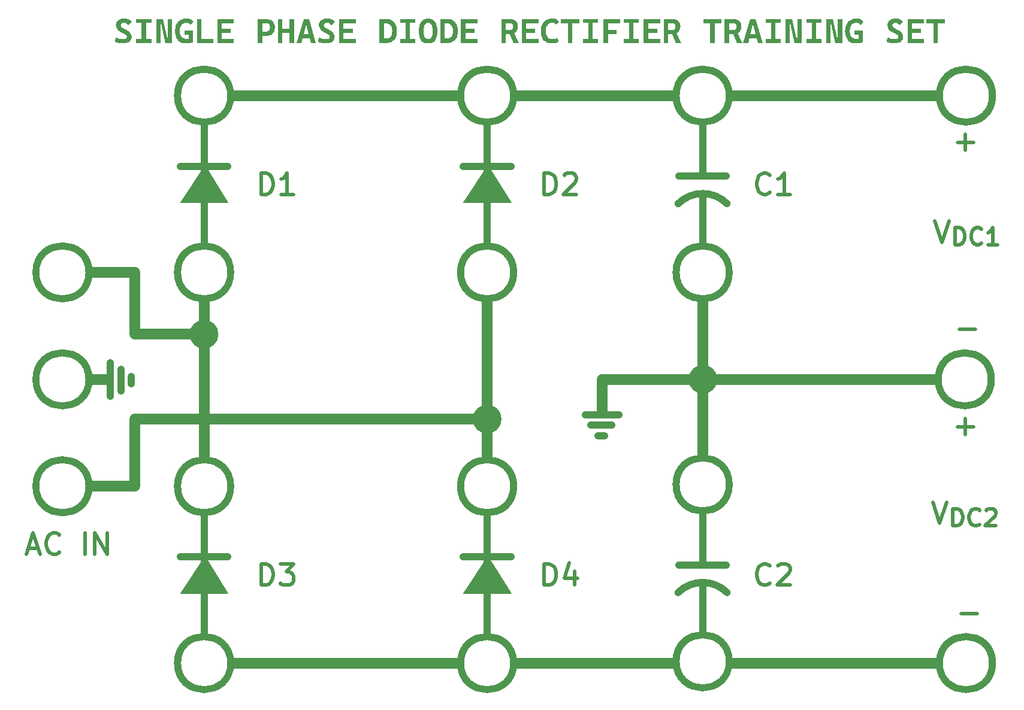
<source format=gbr>
%TF.GenerationSoftware,KiCad,Pcbnew,8.0.2*%
%TF.CreationDate,2024-06-17T23:47:08+07:00*%
%TF.ProjectId,Diode_AD_DC_Converter,44696f64-655f-4414-945f-44435f436f6e,rev?*%
%TF.SameCoordinates,Original*%
%TF.FileFunction,Legend,Top*%
%TF.FilePolarity,Positive*%
%FSLAX46Y46*%
G04 Gerber Fmt 4.6, Leading zero omitted, Abs format (unit mm)*
G04 Created by KiCad (PCBNEW 8.0.2) date 2024-06-17 23:47:08*
%MOMM*%
%LPD*%
G01*
G04 APERTURE LIST*
%ADD10C,0.500000*%
%ADD11C,1.500000*%
%ADD12C,2.050000*%
%ADD13C,1.000000*%
%ADD14C,0.100000*%
%ADD15C,6.500000*%
%ADD16C,6.400000*%
G04 APERTURE END LIST*
D10*
X168457518Y-115688642D02*
X168314661Y-115831500D01*
X168314661Y-115831500D02*
X167886089Y-115974357D01*
X167886089Y-115974357D02*
X167600375Y-115974357D01*
X167600375Y-115974357D02*
X167171804Y-115831500D01*
X167171804Y-115831500D02*
X166886089Y-115545785D01*
X166886089Y-115545785D02*
X166743232Y-115260071D01*
X166743232Y-115260071D02*
X166600375Y-114688642D01*
X166600375Y-114688642D02*
X166600375Y-114260071D01*
X166600375Y-114260071D02*
X166743232Y-113688642D01*
X166743232Y-113688642D02*
X166886089Y-113402928D01*
X166886089Y-113402928D02*
X167171804Y-113117214D01*
X167171804Y-113117214D02*
X167600375Y-112974357D01*
X167600375Y-112974357D02*
X167886089Y-112974357D01*
X167886089Y-112974357D02*
X168314661Y-113117214D01*
X168314661Y-113117214D02*
X168457518Y-113260071D01*
X169600375Y-113260071D02*
X169743232Y-113117214D01*
X169743232Y-113117214D02*
X170028947Y-112974357D01*
X170028947Y-112974357D02*
X170743232Y-112974357D01*
X170743232Y-112974357D02*
X171028947Y-113117214D01*
X171028947Y-113117214D02*
X171171804Y-113260071D01*
X171171804Y-113260071D02*
X171314661Y-113545785D01*
X171314661Y-113545785D02*
X171314661Y-113831500D01*
X171314661Y-113831500D02*
X171171804Y-114260071D01*
X171171804Y-114260071D02*
X169457518Y-115974357D01*
X169457518Y-115974357D02*
X171314661Y-115974357D01*
X168457518Y-60438642D02*
X168314661Y-60581500D01*
X168314661Y-60581500D02*
X167886089Y-60724357D01*
X167886089Y-60724357D02*
X167600375Y-60724357D01*
X167600375Y-60724357D02*
X167171804Y-60581500D01*
X167171804Y-60581500D02*
X166886089Y-60295785D01*
X166886089Y-60295785D02*
X166743232Y-60010071D01*
X166743232Y-60010071D02*
X166600375Y-59438642D01*
X166600375Y-59438642D02*
X166600375Y-59010071D01*
X166600375Y-59010071D02*
X166743232Y-58438642D01*
X166743232Y-58438642D02*
X166886089Y-58152928D01*
X166886089Y-58152928D02*
X167171804Y-57867214D01*
X167171804Y-57867214D02*
X167600375Y-57724357D01*
X167600375Y-57724357D02*
X167886089Y-57724357D01*
X167886089Y-57724357D02*
X168314661Y-57867214D01*
X168314661Y-57867214D02*
X168457518Y-58010071D01*
X171314661Y-60724357D02*
X169600375Y-60724357D01*
X170457518Y-60724357D02*
X170457518Y-57724357D01*
X170457518Y-57724357D02*
X170171804Y-58152928D01*
X170171804Y-58152928D02*
X169886089Y-58438642D01*
X169886089Y-58438642D02*
X169600375Y-58581500D01*
D11*
X92350000Y-46750000D02*
X124450000Y-46750000D01*
X88500000Y-75800000D02*
X88500000Y-97950000D01*
D12*
X129525000Y-92500000D02*
G75*
G02*
X127475000Y-92500000I-1025000J0D01*
G01*
X127475000Y-92500000D02*
G75*
G02*
X129525000Y-92500000I1025000J0D01*
G01*
D11*
X132550000Y-127000000D02*
X154950000Y-127000000D01*
D12*
X160025000Y-86875000D02*
G75*
G02*
X157975000Y-86875000I-1025000J0D01*
G01*
X157975000Y-86875000D02*
G75*
G02*
X160025000Y-86875000I1025000J0D01*
G01*
D11*
X128500000Y-75850000D02*
X128500000Y-97950000D01*
X144750000Y-86875000D02*
X144750000Y-91625000D01*
X78750000Y-92500000D02*
X78750000Y-102000000D01*
X72550000Y-102000000D02*
X78750000Y-102000000D01*
X72600000Y-71750000D02*
X78750000Y-71750000D01*
X92550000Y-127000000D02*
X124500000Y-127000000D01*
X72600000Y-86875000D02*
X75000000Y-86875000D01*
D12*
X89525000Y-80500000D02*
G75*
G02*
X87475000Y-80500000I-1025000J0D01*
G01*
X87475000Y-80500000D02*
G75*
G02*
X89525000Y-80500000I1025000J0D01*
G01*
D11*
X163000000Y-46750000D02*
X192150000Y-46750000D01*
X144750000Y-86875000D02*
X191850000Y-86875000D01*
D13*
X143125000Y-93375000D02*
X146125000Y-93375000D01*
D11*
X162950000Y-127000000D02*
X192100000Y-127000000D01*
D13*
X78250000Y-87500000D02*
X78250000Y-86500000D01*
D11*
X159000000Y-75850000D02*
X159000000Y-97700000D01*
D13*
X75250000Y-89250000D02*
X75250000Y-84500000D01*
D11*
X132550000Y-46750000D02*
X154850000Y-46750000D01*
X78750000Y-80500000D02*
X78750000Y-71750000D01*
X78750000Y-92500000D02*
X128300000Y-92500000D01*
D13*
X142375000Y-91875000D02*
X147125000Y-91875000D01*
X144125000Y-94875000D02*
X145125000Y-94875000D01*
D11*
X78750000Y-80500000D02*
X88250000Y-80500000D01*
D13*
X76750000Y-88500000D02*
X76750000Y-85500000D01*
D10*
X191464661Y-104256857D02*
X192464661Y-107256857D01*
X192464661Y-107256857D02*
X193464661Y-104256857D01*
X194321804Y-107588285D02*
X194321804Y-105188285D01*
X194321804Y-105188285D02*
X194893233Y-105188285D01*
X194893233Y-105188285D02*
X195236090Y-105302571D01*
X195236090Y-105302571D02*
X195464661Y-105531142D01*
X195464661Y-105531142D02*
X195578947Y-105759714D01*
X195578947Y-105759714D02*
X195693233Y-106216857D01*
X195693233Y-106216857D02*
X195693233Y-106559714D01*
X195693233Y-106559714D02*
X195578947Y-107016857D01*
X195578947Y-107016857D02*
X195464661Y-107245428D01*
X195464661Y-107245428D02*
X195236090Y-107474000D01*
X195236090Y-107474000D02*
X194893233Y-107588285D01*
X194893233Y-107588285D02*
X194321804Y-107588285D01*
X198093233Y-107359714D02*
X197978947Y-107474000D01*
X197978947Y-107474000D02*
X197636090Y-107588285D01*
X197636090Y-107588285D02*
X197407518Y-107588285D01*
X197407518Y-107588285D02*
X197064661Y-107474000D01*
X197064661Y-107474000D02*
X196836090Y-107245428D01*
X196836090Y-107245428D02*
X196721804Y-107016857D01*
X196721804Y-107016857D02*
X196607518Y-106559714D01*
X196607518Y-106559714D02*
X196607518Y-106216857D01*
X196607518Y-106216857D02*
X196721804Y-105759714D01*
X196721804Y-105759714D02*
X196836090Y-105531142D01*
X196836090Y-105531142D02*
X197064661Y-105302571D01*
X197064661Y-105302571D02*
X197407518Y-105188285D01*
X197407518Y-105188285D02*
X197636090Y-105188285D01*
X197636090Y-105188285D02*
X197978947Y-105302571D01*
X197978947Y-105302571D02*
X198093233Y-105416857D01*
X199007518Y-105416857D02*
X199121804Y-105302571D01*
X199121804Y-105302571D02*
X199350376Y-105188285D01*
X199350376Y-105188285D02*
X199921804Y-105188285D01*
X199921804Y-105188285D02*
X200150376Y-105302571D01*
X200150376Y-105302571D02*
X200264661Y-105416857D01*
X200264661Y-105416857D02*
X200378947Y-105645428D01*
X200378947Y-105645428D02*
X200378947Y-105874000D01*
X200378947Y-105874000D02*
X200264661Y-106216857D01*
X200264661Y-106216857D02*
X198893233Y-107588285D01*
X198893233Y-107588285D02*
X200378947Y-107588285D01*
X195443232Y-120014000D02*
X197728947Y-120014000D01*
X136543232Y-115974357D02*
X136543232Y-112974357D01*
X136543232Y-112974357D02*
X137257518Y-112974357D01*
X137257518Y-112974357D02*
X137686089Y-113117214D01*
X137686089Y-113117214D02*
X137971804Y-113402928D01*
X137971804Y-113402928D02*
X138114661Y-113688642D01*
X138114661Y-113688642D02*
X138257518Y-114260071D01*
X138257518Y-114260071D02*
X138257518Y-114688642D01*
X138257518Y-114688642D02*
X138114661Y-115260071D01*
X138114661Y-115260071D02*
X137971804Y-115545785D01*
X137971804Y-115545785D02*
X137686089Y-115831500D01*
X137686089Y-115831500D02*
X137257518Y-115974357D01*
X137257518Y-115974357D02*
X136543232Y-115974357D01*
X140828947Y-113974357D02*
X140828947Y-115974357D01*
X140114661Y-112831500D02*
X139400375Y-114974357D01*
X139400375Y-114974357D02*
X141257518Y-114974357D01*
G36*
X77013050Y-39357211D02*
G01*
X76832530Y-39352369D01*
X76655349Y-39337843D01*
X76481507Y-39313634D01*
X76447139Y-39307630D01*
X76265840Y-39269484D01*
X76098077Y-39222044D01*
X75957310Y-39170854D01*
X76043650Y-38524587D01*
X76208860Y-38589035D01*
X76373235Y-38643465D01*
X76553083Y-38691767D01*
X76569383Y-38695557D01*
X76743988Y-38729626D01*
X76923867Y-38750663D01*
X77051518Y-38755397D01*
X77227551Y-38742534D01*
X77399919Y-38690278D01*
X77445604Y-38663928D01*
X77559807Y-38526567D01*
X77582380Y-38400634D01*
X77535964Y-38234307D01*
X77410721Y-38107322D01*
X77301134Y-38045016D01*
X76810451Y-37808223D01*
X76659648Y-37726423D01*
X76506336Y-37623119D01*
X76373327Y-37509344D01*
X76247959Y-37368830D01*
X76151676Y-37217361D01*
X76086903Y-37057237D01*
X76053642Y-36888458D01*
X76048779Y-36790951D01*
X76062933Y-36605379D01*
X76105393Y-36439114D01*
X76188581Y-36272739D01*
X76308740Y-36131581D01*
X76344557Y-36100233D01*
X76507780Y-35993269D01*
X76675757Y-35924746D01*
X76867215Y-35879621D01*
X77050009Y-35859566D01*
X77181455Y-35855745D01*
X77355840Y-35864468D01*
X77525085Y-35890637D01*
X77707108Y-35940175D01*
X77778141Y-35966021D01*
X77948727Y-36044544D01*
X78106790Y-36142267D01*
X78252332Y-36259191D01*
X78279938Y-36284880D01*
X77842254Y-36786677D01*
X77707085Y-36670175D01*
X77560572Y-36571533D01*
X77508008Y-36543045D01*
X77342595Y-36478931D01*
X77183165Y-36457560D01*
X77005688Y-36477470D01*
X76854048Y-36548174D01*
X76752668Y-36691762D01*
X76736079Y-36808048D01*
X76786689Y-36977056D01*
X76818999Y-37021761D01*
X76950365Y-37140171D01*
X77055792Y-37203844D01*
X77517411Y-37440637D01*
X77667343Y-37525529D01*
X77819360Y-37629860D01*
X77950753Y-37741993D01*
X78073919Y-37877466D01*
X78168962Y-38020715D01*
X78238085Y-38186542D01*
X78268806Y-38359382D01*
X78270534Y-38412602D01*
X78254867Y-38600921D01*
X78207866Y-38769441D01*
X78115783Y-38937793D01*
X77982774Y-39080286D01*
X77943127Y-39111869D01*
X77787006Y-39207466D01*
X77604379Y-39279583D01*
X77426744Y-39322710D01*
X77229634Y-39348586D01*
X77050500Y-39356971D01*
X77013050Y-39357211D01*
G37*
G36*
X79679327Y-39302501D02*
G01*
X79679327Y-35910456D01*
X80314481Y-35910456D01*
X80314481Y-39302501D01*
X79679327Y-39302501D01*
G37*
G36*
X78920220Y-39302501D02*
G01*
X78920220Y-38728041D01*
X81078716Y-38728041D01*
X81078716Y-39302501D01*
X78920220Y-39302501D01*
G37*
G36*
X78920220Y-36484915D02*
G01*
X78920220Y-35910456D01*
X81078716Y-35910456D01*
X81078716Y-36484915D01*
X78920220Y-36484915D01*
G37*
G36*
X83041452Y-39302501D02*
G01*
X82440492Y-36650756D01*
X82178053Y-36650756D01*
X82178053Y-35910456D01*
X82695238Y-35910456D01*
X83296197Y-38562200D01*
X83457764Y-38562200D01*
X83457764Y-39302501D01*
X83041452Y-39302501D01*
G37*
G36*
X81740370Y-39302501D02*
G01*
X81740370Y-35910456D01*
X82351588Y-35910456D01*
X82351588Y-39302501D01*
X81740370Y-39302501D01*
G37*
G36*
X83385102Y-39302501D02*
G01*
X83385102Y-35910456D01*
X83996319Y-35910456D01*
X83996319Y-39302501D01*
X83385102Y-39302501D01*
G37*
G36*
X85982136Y-39357211D02*
G01*
X85792079Y-39350359D01*
X85614283Y-39329802D01*
X85409282Y-39284835D01*
X85223440Y-39218455D01*
X85056757Y-39130661D01*
X84909232Y-39021455D01*
X84805007Y-38918673D01*
X84691969Y-38770656D01*
X84598090Y-38601226D01*
X84523370Y-38410384D01*
X84477389Y-38242292D01*
X84443669Y-38060496D01*
X84422211Y-37864996D01*
X84413014Y-37655791D01*
X84412631Y-37601349D01*
X84418976Y-37399271D01*
X84438010Y-37208920D01*
X84469733Y-37030296D01*
X84514145Y-36863400D01*
X84587504Y-36671271D01*
X84680690Y-36497467D01*
X84793703Y-36341987D01*
X84818685Y-36313090D01*
X84953695Y-36181336D01*
X85104943Y-36071912D01*
X85272427Y-35984820D01*
X85456149Y-35920060D01*
X85656108Y-35877630D01*
X85827766Y-35859765D01*
X85963329Y-35855745D01*
X86143275Y-35863119D01*
X86330387Y-35889040D01*
X86501270Y-35933624D01*
X86606176Y-35973715D01*
X86763856Y-36056512D01*
X86910306Y-36169765D01*
X87028472Y-36306251D01*
X86629257Y-36769580D01*
X86504663Y-36639215D01*
X86351431Y-36540480D01*
X86189519Y-36480962D01*
X86016336Y-36457884D01*
X85992394Y-36457560D01*
X85812396Y-36471591D01*
X85629325Y-36521987D01*
X85470403Y-36609034D01*
X85335630Y-36732734D01*
X85320482Y-36750773D01*
X85215763Y-36912180D01*
X85148677Y-37078392D01*
X85104499Y-37267921D01*
X85084864Y-37448932D01*
X85081124Y-37579123D01*
X85086988Y-37755736D01*
X85109508Y-37948719D01*
X85148918Y-38121024D01*
X85216244Y-38295915D01*
X85306558Y-38442662D01*
X85321337Y-38461328D01*
X85456670Y-38589983D01*
X85621603Y-38681879D01*
X85790199Y-38732135D01*
X85981458Y-38754248D01*
X86040266Y-38755397D01*
X86216826Y-38748060D01*
X86387088Y-38723750D01*
X86442900Y-38710944D01*
X86610094Y-38667574D01*
X86727565Y-38635718D01*
X86955810Y-39213596D01*
X86786940Y-39257023D01*
X86618161Y-39294690D01*
X86585660Y-39301646D01*
X86413221Y-39330948D01*
X86226089Y-39349397D01*
X86045108Y-39356723D01*
X85982136Y-39357211D01*
G37*
G36*
X86326640Y-39213596D02*
G01*
X86326640Y-37565445D01*
X86955810Y-37565445D01*
X86955810Y-39213596D01*
X86326640Y-39213596D01*
G37*
G36*
X85761584Y-38153582D02*
G01*
X85761584Y-37565445D01*
X86942132Y-37565445D01*
X86942132Y-38153582D01*
X85761584Y-38153582D01*
G37*
G36*
X87507188Y-39302501D02*
G01*
X87507188Y-35910456D01*
X88142342Y-35910456D01*
X88142342Y-39302501D01*
X87507188Y-39302501D01*
G37*
G36*
X87507188Y-39302501D02*
G01*
X87507188Y-38714364D01*
X89849477Y-38714364D01*
X89849477Y-39302501D01*
X87507188Y-39302501D01*
G37*
G36*
X90376065Y-39302501D02*
G01*
X90376065Y-35910456D01*
X91011218Y-35910456D01*
X91011218Y-39302501D01*
X90376065Y-39302501D01*
G37*
G36*
X90376065Y-39302501D02*
G01*
X90376065Y-38714364D01*
X92718354Y-38714364D01*
X92718354Y-39302501D01*
X90376065Y-39302501D01*
G37*
G36*
X90376065Y-37880030D02*
G01*
X90376065Y-37291893D01*
X92284945Y-37291893D01*
X92284945Y-37880030D01*
X90376065Y-37880030D01*
G37*
G36*
X90376065Y-36498593D02*
G01*
X90376065Y-35910456D01*
X92718354Y-35910456D01*
X92718354Y-36498593D01*
X90376065Y-36498593D01*
G37*
G36*
X96690841Y-38317713D02*
G01*
X96690841Y-37729577D01*
X97160154Y-37729577D01*
X97342828Y-37713214D01*
X97511565Y-37657419D01*
X97646564Y-37562026D01*
X97751269Y-37416969D01*
X97804797Y-37251051D01*
X97818388Y-37091858D01*
X97798085Y-36911606D01*
X97729623Y-36750220D01*
X97646564Y-36653320D01*
X97497619Y-36559033D01*
X97325815Y-36510832D01*
X97160154Y-36498593D01*
X96700245Y-36498593D01*
X96700245Y-35910456D01*
X97160154Y-35910456D01*
X97353660Y-35917740D01*
X97532932Y-35939591D01*
X97729270Y-35985041D01*
X97905112Y-36051469D01*
X98060458Y-36138874D01*
X98152635Y-36208798D01*
X98289535Y-36351063D01*
X98392811Y-36516808D01*
X98454570Y-36677563D01*
X98491626Y-36855569D01*
X98503978Y-37050826D01*
X98495400Y-37232790D01*
X98462462Y-37433627D01*
X98404820Y-37615349D01*
X98322474Y-37777957D01*
X98215424Y-37921452D01*
X98152635Y-37986032D01*
X98010953Y-38098752D01*
X97848776Y-38188150D01*
X97666102Y-38254227D01*
X97498216Y-38291477D01*
X97316097Y-38312531D01*
X97160154Y-38317713D01*
X96690841Y-38317713D01*
G37*
G36*
X96113818Y-39302501D02*
G01*
X96113818Y-35910456D01*
X96748971Y-35910456D01*
X96748971Y-39302501D01*
X96113818Y-39302501D01*
G37*
G36*
X100594086Y-39302501D02*
G01*
X100594086Y-35910456D01*
X101228385Y-35910456D01*
X101228385Y-39302501D01*
X100594086Y-39302501D01*
G37*
G36*
X98934822Y-39302501D02*
G01*
X98934822Y-35910456D01*
X99569121Y-35910456D01*
X99569121Y-39302501D01*
X98934822Y-39302501D01*
G37*
G36*
X99035695Y-37880030D02*
G01*
X99035695Y-37291893D01*
X101139481Y-37291893D01*
X101139481Y-37880030D01*
X99035695Y-37880030D01*
G37*
G36*
X101575454Y-39302501D02*
G01*
X102561096Y-35910456D01*
X103339864Y-35910456D01*
X104325506Y-39302501D01*
X103640772Y-39302501D01*
X102972279Y-36739660D01*
X102928681Y-36739660D01*
X102260189Y-39302501D01*
X101575454Y-39302501D01*
G37*
G36*
X102072977Y-38645976D02*
G01*
X102072977Y-38057839D01*
X103804048Y-38057839D01*
X103804048Y-38645976D01*
X102072977Y-38645976D01*
G37*
G36*
X105701815Y-39357211D02*
G01*
X105521295Y-39352369D01*
X105344113Y-39337843D01*
X105170272Y-39313634D01*
X105135904Y-39307630D01*
X104954605Y-39269484D01*
X104786841Y-39222044D01*
X104646075Y-39170854D01*
X104732415Y-38524587D01*
X104897625Y-38589035D01*
X105062000Y-38643465D01*
X105241848Y-38691767D01*
X105258148Y-38695557D01*
X105432752Y-38729626D01*
X105612632Y-38750663D01*
X105740283Y-38755397D01*
X105916315Y-38742534D01*
X106088684Y-38690278D01*
X106134369Y-38663928D01*
X106248571Y-38526567D01*
X106271145Y-38400634D01*
X106224728Y-38234307D01*
X106099486Y-38107322D01*
X105989899Y-38045016D01*
X105499215Y-37808223D01*
X105348413Y-37726423D01*
X105195101Y-37623119D01*
X105062091Y-37509344D01*
X104936724Y-37368830D01*
X104840441Y-37217361D01*
X104775668Y-37057237D01*
X104742407Y-36888458D01*
X104737544Y-36790951D01*
X104751697Y-36605379D01*
X104794158Y-36439114D01*
X104877345Y-36272739D01*
X104997505Y-36131581D01*
X105033322Y-36100233D01*
X105196545Y-35993269D01*
X105364522Y-35924746D01*
X105555979Y-35879621D01*
X105738774Y-35859566D01*
X105870220Y-35855745D01*
X106044605Y-35864468D01*
X106213850Y-35890637D01*
X106395873Y-35940175D01*
X106466905Y-35966021D01*
X106637491Y-36044544D01*
X106795555Y-36142267D01*
X106941097Y-36259191D01*
X106968702Y-36284880D01*
X106531019Y-36786677D01*
X106395850Y-36670175D01*
X106249337Y-36571533D01*
X106196773Y-36543045D01*
X106031359Y-36478931D01*
X105871930Y-36457560D01*
X105694453Y-36477470D01*
X105542813Y-36548174D01*
X105441433Y-36691762D01*
X105424843Y-36808048D01*
X105475454Y-36977056D01*
X105507764Y-37021761D01*
X105639130Y-37140171D01*
X105744557Y-37203844D01*
X106206176Y-37440637D01*
X106356108Y-37525529D01*
X106508124Y-37629860D01*
X106639518Y-37741993D01*
X106762684Y-37877466D01*
X106857727Y-38020715D01*
X106926850Y-38186542D01*
X106957571Y-38359382D01*
X106959299Y-38412602D01*
X106943632Y-38600921D01*
X106896631Y-38769441D01*
X106804548Y-38937793D01*
X106671539Y-39080286D01*
X106631892Y-39111869D01*
X106475771Y-39207466D01*
X106293144Y-39279583D01*
X106115509Y-39322710D01*
X105918399Y-39348586D01*
X105739265Y-39356971D01*
X105701815Y-39357211D01*
G37*
G36*
X107589323Y-39302501D02*
G01*
X107589323Y-35910456D01*
X108224477Y-35910456D01*
X108224477Y-39302501D01*
X107589323Y-39302501D01*
G37*
G36*
X107589323Y-39302501D02*
G01*
X107589323Y-38714364D01*
X109931612Y-38714364D01*
X109931612Y-39302501D01*
X107589323Y-39302501D01*
G37*
G36*
X107589323Y-37880030D02*
G01*
X107589323Y-37291893D01*
X109498203Y-37291893D01*
X109498203Y-37880030D01*
X107589323Y-37880030D01*
G37*
G36*
X107589323Y-36498593D02*
G01*
X107589323Y-35910456D01*
X109931612Y-35910456D01*
X109931612Y-36498593D01*
X107589323Y-36498593D01*
G37*
G36*
X113880164Y-39302501D02*
G01*
X113880164Y-38687009D01*
X114146878Y-38687009D01*
X114340953Y-38674328D01*
X114512530Y-38636285D01*
X114681069Y-38561753D01*
X114820222Y-38454095D01*
X114850419Y-38422005D01*
X114952894Y-38274276D01*
X115026091Y-38096093D01*
X115066120Y-37915202D01*
X115082589Y-37741594D01*
X115084648Y-37648366D01*
X115076413Y-37447690D01*
X115051710Y-37266248D01*
X115002073Y-37078875D01*
X114930020Y-36917683D01*
X114850419Y-36800355D01*
X114718612Y-36674318D01*
X114557419Y-36584291D01*
X114392270Y-36535058D01*
X114204623Y-36513396D01*
X114146878Y-36512270D01*
X113889568Y-36512270D01*
X113832293Y-35910456D01*
X114146878Y-35910456D01*
X114341075Y-35917268D01*
X114522744Y-35937704D01*
X114691885Y-35971765D01*
X114922103Y-36048401D01*
X115124131Y-36155691D01*
X115297970Y-36293636D01*
X115443618Y-36462235D01*
X115561077Y-36661488D01*
X115650345Y-36891396D01*
X115694196Y-37061698D01*
X115725518Y-37245625D01*
X115744312Y-37443175D01*
X115750576Y-37654350D01*
X115744312Y-37853931D01*
X115725518Y-38040635D01*
X115694196Y-38214463D01*
X115623721Y-38451063D01*
X115525056Y-38658692D01*
X115398201Y-38837349D01*
X115243156Y-38987034D01*
X115059921Y-39107748D01*
X114848496Y-39199491D01*
X114608881Y-39262262D01*
X114433476Y-39288015D01*
X114245543Y-39300891D01*
X114146878Y-39302501D01*
X113880164Y-39302501D01*
G37*
G36*
X113279205Y-39302501D02*
G01*
X113279205Y-35910456D01*
X113913504Y-35910456D01*
X113913504Y-39302501D01*
X113279205Y-39302501D01*
G37*
G36*
X116974721Y-39302501D02*
G01*
X116974721Y-35910456D01*
X117609875Y-35910456D01*
X117609875Y-39302501D01*
X116974721Y-39302501D01*
G37*
G36*
X116215614Y-39302501D02*
G01*
X116215614Y-38728041D01*
X118374111Y-38728041D01*
X118374111Y-39302501D01*
X116215614Y-39302501D01*
G37*
G36*
X116215614Y-36484915D02*
G01*
X116215614Y-35910456D01*
X118374111Y-35910456D01*
X118374111Y-36484915D01*
X116215614Y-36484915D01*
G37*
G36*
X120396531Y-35871343D02*
G01*
X120606040Y-35918136D01*
X120792694Y-35996124D01*
X120956492Y-36105308D01*
X121097435Y-36245687D01*
X121215522Y-36417262D01*
X121310753Y-36620031D01*
X121383129Y-36853996D01*
X121418682Y-37027304D01*
X121444077Y-37214476D01*
X121459314Y-37415513D01*
X121464393Y-37630414D01*
X121459314Y-37839518D01*
X121444077Y-38035132D01*
X121418682Y-38217255D01*
X121383129Y-38385888D01*
X121310753Y-38613542D01*
X121215522Y-38810842D01*
X121097435Y-38977788D01*
X120956492Y-39114380D01*
X120792694Y-39220619D01*
X120606040Y-39296503D01*
X120396531Y-39342034D01*
X120164166Y-39357211D01*
X119931649Y-39342034D01*
X119722002Y-39296503D01*
X119535226Y-39220619D01*
X119371320Y-39114380D01*
X119230285Y-38977788D01*
X119112120Y-38810842D01*
X119016826Y-38613542D01*
X118944402Y-38385888D01*
X118908826Y-38217255D01*
X118883414Y-38035132D01*
X118868167Y-37839518D01*
X118863106Y-37631269D01*
X119529013Y-37631269D01*
X119534595Y-37832163D01*
X119551343Y-38013297D01*
X119591040Y-38224071D01*
X119650585Y-38399715D01*
X119752929Y-38569872D01*
X119886287Y-38685139D01*
X120050658Y-38745516D01*
X120164166Y-38755397D01*
X120346899Y-38727952D01*
X120498660Y-38645618D01*
X120619449Y-38508396D01*
X120709267Y-38316284D01*
X120758821Y-38123075D01*
X120788554Y-37894736D01*
X120797846Y-37700429D01*
X120798465Y-37631269D01*
X120792890Y-37421514D01*
X120776166Y-37232391D01*
X120736522Y-37012321D01*
X120677056Y-36828929D01*
X120574850Y-36651268D01*
X120441672Y-36530917D01*
X120277523Y-36467876D01*
X120164166Y-36457560D01*
X119981188Y-36486215D01*
X119829222Y-36572180D01*
X119708270Y-36715455D01*
X119633838Y-36871338D01*
X119579255Y-37063900D01*
X119544520Y-37293140D01*
X119531494Y-37489140D01*
X119529013Y-37631269D01*
X118863106Y-37631269D01*
X118863085Y-37630414D01*
X118868167Y-37415513D01*
X118883414Y-37214476D01*
X118908826Y-37027304D01*
X118944402Y-36853996D01*
X119016826Y-36620031D01*
X119112120Y-36417262D01*
X119230285Y-36245687D01*
X119371320Y-36105308D01*
X119535226Y-35996124D01*
X119722002Y-35918136D01*
X119931649Y-35871343D01*
X120164166Y-35855745D01*
X120396531Y-35871343D01*
G37*
G36*
X122486794Y-39302501D02*
G01*
X122486794Y-38687009D01*
X122753507Y-38687009D01*
X122947582Y-38674328D01*
X123119159Y-38636285D01*
X123287698Y-38561753D01*
X123426852Y-38454095D01*
X123457049Y-38422005D01*
X123559524Y-38274276D01*
X123632720Y-38096093D01*
X123672750Y-37915202D01*
X123689219Y-37741594D01*
X123691277Y-37648366D01*
X123683043Y-37447690D01*
X123658339Y-37266248D01*
X123608703Y-37078875D01*
X123536650Y-36917683D01*
X123457049Y-36800355D01*
X123325241Y-36674318D01*
X123164049Y-36584291D01*
X122998900Y-36535058D01*
X122811253Y-36513396D01*
X122753507Y-36512270D01*
X122496197Y-36512270D01*
X122438922Y-35910456D01*
X122753507Y-35910456D01*
X122947705Y-35917268D01*
X123129374Y-35937704D01*
X123298514Y-35971765D01*
X123528732Y-36048401D01*
X123730761Y-36155691D01*
X123904599Y-36293636D01*
X124050248Y-36462235D01*
X124167706Y-36661488D01*
X124256974Y-36891396D01*
X124300826Y-37061698D01*
X124332148Y-37245625D01*
X124350941Y-37443175D01*
X124357206Y-37654350D01*
X124350941Y-37853931D01*
X124332148Y-38040635D01*
X124300826Y-38214463D01*
X124230351Y-38451063D01*
X124131685Y-38658692D01*
X124004830Y-38837349D01*
X123849785Y-38987034D01*
X123666550Y-39107748D01*
X123455125Y-39199491D01*
X123215510Y-39262262D01*
X123040105Y-39288015D01*
X122852172Y-39300891D01*
X122753507Y-39302501D01*
X122486794Y-39302501D01*
G37*
G36*
X121885834Y-39302501D02*
G01*
X121885834Y-35910456D01*
X122520133Y-35910456D01*
X122520133Y-39302501D01*
X121885834Y-39302501D01*
G37*
G36*
X124802582Y-39302501D02*
G01*
X124802582Y-35910456D01*
X125437736Y-35910456D01*
X125437736Y-39302501D01*
X124802582Y-39302501D01*
G37*
G36*
X124802582Y-39302501D02*
G01*
X124802582Y-38714364D01*
X127144871Y-38714364D01*
X127144871Y-39302501D01*
X124802582Y-39302501D01*
G37*
G36*
X124802582Y-37880030D02*
G01*
X124802582Y-37291893D01*
X126711462Y-37291893D01*
X126711462Y-37880030D01*
X124802582Y-37880030D01*
G37*
G36*
X124802582Y-36498593D02*
G01*
X124802582Y-35910456D01*
X127144871Y-35910456D01*
X127144871Y-36498593D01*
X124802582Y-36498593D01*
G37*
G36*
X131093423Y-38044161D02*
G01*
X131093423Y-37456025D01*
X131706351Y-37456025D01*
X131881101Y-37431972D01*
X132034333Y-37345579D01*
X132050000Y-37330362D01*
X132142324Y-37178839D01*
X132172618Y-37005235D01*
X132173099Y-36977309D01*
X132149537Y-36796808D01*
X132064907Y-36639409D01*
X132050000Y-36623401D01*
X131902966Y-36529795D01*
X131733639Y-36499080D01*
X131706351Y-36498593D01*
X131102827Y-36498593D01*
X131045552Y-35910456D01*
X131706351Y-35910456D01*
X131903991Y-35919802D01*
X132084021Y-35947842D01*
X132271796Y-36004181D01*
X132435601Y-36085964D01*
X132556926Y-36176314D01*
X132674174Y-36302971D01*
X132762625Y-36451062D01*
X132822277Y-36620587D01*
X132853132Y-36811548D01*
X132857834Y-36930292D01*
X132847255Y-37120139D01*
X132815519Y-37293456D01*
X132751752Y-37474769D01*
X132659188Y-37633583D01*
X132556926Y-37751803D01*
X132413668Y-37865720D01*
X132246439Y-37951657D01*
X132055239Y-38009615D01*
X131872274Y-38037024D01*
X131706351Y-38044161D01*
X131093423Y-38044161D01*
G37*
G36*
X130492464Y-39302501D02*
G01*
X130492464Y-35910456D01*
X131126762Y-35910456D01*
X131126762Y-39302501D01*
X130492464Y-39302501D01*
G37*
G36*
X132226099Y-39302501D02*
G01*
X131581543Y-37685979D01*
X132250035Y-37685979D01*
X132983497Y-39302501D01*
X132226099Y-39302501D01*
G37*
G36*
X133409212Y-39302501D02*
G01*
X133409212Y-35910456D01*
X134044365Y-35910456D01*
X134044365Y-39302501D01*
X133409212Y-39302501D01*
G37*
G36*
X133409212Y-39302501D02*
G01*
X133409212Y-38714364D01*
X135751501Y-38714364D01*
X135751501Y-39302501D01*
X133409212Y-39302501D01*
G37*
G36*
X133409212Y-37880030D02*
G01*
X133409212Y-37291893D01*
X135318092Y-37291893D01*
X135318092Y-37880030D01*
X133409212Y-37880030D01*
G37*
G36*
X133409212Y-36498593D02*
G01*
X133409212Y-35910456D01*
X135751501Y-35910456D01*
X135751501Y-36498593D01*
X133409212Y-36498593D01*
G37*
G36*
X137733043Y-39357211D02*
G01*
X137535326Y-39350352D01*
X137350364Y-39329776D01*
X137178159Y-39295481D01*
X136943768Y-39218319D01*
X136738078Y-39110293D01*
X136561089Y-38971401D01*
X136412801Y-38801645D01*
X136293213Y-38601024D01*
X136202327Y-38369539D01*
X136157681Y-38198068D01*
X136125791Y-38012879D01*
X136106658Y-37813973D01*
X136100280Y-37601349D01*
X136106704Y-37399271D01*
X136125978Y-37208920D01*
X136158102Y-37030296D01*
X136203075Y-36863400D01*
X136277361Y-36671271D01*
X136371724Y-36497467D01*
X136486165Y-36341987D01*
X136511462Y-36313090D01*
X136648284Y-36181336D01*
X136801761Y-36071912D01*
X136971892Y-35984820D01*
X137158677Y-35920060D01*
X137362117Y-35877630D01*
X137536861Y-35859765D01*
X137674913Y-35855745D01*
X137859658Y-35864401D01*
X138032097Y-35890367D01*
X138209261Y-35939521D01*
X138275873Y-35965166D01*
X138441148Y-36050816D01*
X138576119Y-36158486D01*
X138672523Y-36275477D01*
X138316905Y-36737951D01*
X138185574Y-36612722D01*
X138041644Y-36531077D01*
X137867896Y-36475939D01*
X137692196Y-36457632D01*
X137680042Y-36457560D01*
X137506923Y-36471550D01*
X137328406Y-36521799D01*
X137170512Y-36608593D01*
X137033242Y-36731932D01*
X137017534Y-36749919D01*
X136908700Y-36911058D01*
X136838979Y-37077299D01*
X136793065Y-37267103D01*
X136772659Y-37448545D01*
X136768772Y-37579123D01*
X136777961Y-37789336D01*
X136805527Y-37978872D01*
X136851471Y-38147732D01*
X136941317Y-38340714D01*
X137063835Y-38496938D01*
X137219024Y-38616403D01*
X137406883Y-38699110D01*
X137627415Y-38745058D01*
X137814254Y-38755397D01*
X137988055Y-38746421D01*
X138160682Y-38719493D01*
X138332133Y-38674613D01*
X138502408Y-38611782D01*
X138612684Y-39194789D01*
X138427713Y-39258077D01*
X138238570Y-39305820D01*
X138045254Y-39338019D01*
X137847767Y-39354673D01*
X137733043Y-39357211D01*
G37*
G36*
X139928298Y-39302501D02*
G01*
X139928298Y-35910456D01*
X140563451Y-35910456D01*
X140563451Y-39302501D01*
X139928298Y-39302501D01*
G37*
G36*
X138954624Y-36498593D02*
G01*
X138954624Y-35910456D01*
X141537125Y-35910456D01*
X141537125Y-36498593D01*
X138954624Y-36498593D01*
G37*
G36*
X142794610Y-39302501D02*
G01*
X142794610Y-35910456D01*
X143429763Y-35910456D01*
X143429763Y-39302501D01*
X142794610Y-39302501D01*
G37*
G36*
X142035503Y-39302501D02*
G01*
X142035503Y-38728041D01*
X144193999Y-38728041D01*
X144193999Y-39302501D01*
X142035503Y-39302501D01*
G37*
G36*
X142035503Y-36484915D02*
G01*
X142035503Y-35910456D01*
X144193999Y-35910456D01*
X144193999Y-36484915D01*
X142035503Y-36484915D01*
G37*
G36*
X144932589Y-39302501D02*
G01*
X144932589Y-35910456D01*
X145567743Y-35910456D01*
X145567743Y-39302501D01*
X144932589Y-39302501D01*
G37*
G36*
X144932589Y-38044161D02*
G01*
X144932589Y-37456025D01*
X146801291Y-37456025D01*
X146801291Y-38044161D01*
X144932589Y-38044161D01*
G37*
G36*
X144932589Y-36498593D02*
G01*
X144932589Y-35910456D01*
X147274878Y-35910456D01*
X147274878Y-36498593D01*
X144932589Y-36498593D01*
G37*
G36*
X148532363Y-39302501D02*
G01*
X148532363Y-35910456D01*
X149167516Y-35910456D01*
X149167516Y-39302501D01*
X148532363Y-39302501D01*
G37*
G36*
X147773256Y-39302501D02*
G01*
X147773256Y-38728041D01*
X149931752Y-38728041D01*
X149931752Y-39302501D01*
X147773256Y-39302501D01*
G37*
G36*
X147773256Y-36484915D02*
G01*
X147773256Y-35910456D01*
X149931752Y-35910456D01*
X149931752Y-36484915D01*
X147773256Y-36484915D01*
G37*
G36*
X150622471Y-39302501D02*
G01*
X150622471Y-35910456D01*
X151257624Y-35910456D01*
X151257624Y-39302501D01*
X150622471Y-39302501D01*
G37*
G36*
X150622471Y-39302501D02*
G01*
X150622471Y-38714364D01*
X152964760Y-38714364D01*
X152964760Y-39302501D01*
X150622471Y-39302501D01*
G37*
G36*
X150622471Y-37880030D02*
G01*
X150622471Y-37291893D01*
X152531351Y-37291893D01*
X152531351Y-37880030D01*
X150622471Y-37880030D01*
G37*
G36*
X150622471Y-36498593D02*
G01*
X150622471Y-35910456D01*
X152964760Y-35910456D01*
X152964760Y-36498593D01*
X150622471Y-36498593D01*
G37*
G36*
X154044435Y-38044161D02*
G01*
X154044435Y-37456025D01*
X154657363Y-37456025D01*
X154832113Y-37431972D01*
X154985344Y-37345579D01*
X155001012Y-37330362D01*
X155093336Y-37178839D01*
X155123630Y-37005235D01*
X155124111Y-36977309D01*
X155100549Y-36796808D01*
X155015919Y-36639409D01*
X155001012Y-36623401D01*
X154853978Y-36529795D01*
X154684651Y-36499080D01*
X154657363Y-36498593D01*
X154053839Y-36498593D01*
X153996564Y-35910456D01*
X154657363Y-35910456D01*
X154855003Y-35919802D01*
X155035033Y-35947842D01*
X155222808Y-36004181D01*
X155386613Y-36085964D01*
X155507938Y-36176314D01*
X155625186Y-36302971D01*
X155713637Y-36451062D01*
X155773289Y-36620587D01*
X155804144Y-36811548D01*
X155808845Y-36930292D01*
X155798267Y-37120139D01*
X155766530Y-37293456D01*
X155702764Y-37474769D01*
X155610200Y-37633583D01*
X155507938Y-37751803D01*
X155364680Y-37865720D01*
X155197451Y-37951657D01*
X155006251Y-38009615D01*
X154823286Y-38037024D01*
X154657363Y-38044161D01*
X154044435Y-38044161D01*
G37*
G36*
X153443476Y-39302501D02*
G01*
X153443476Y-35910456D01*
X154077774Y-35910456D01*
X154077774Y-39302501D01*
X153443476Y-39302501D01*
G37*
G36*
X155177111Y-39302501D02*
G01*
X154532554Y-37685979D01*
X155201047Y-37685979D01*
X155934508Y-39302501D01*
X155177111Y-39302501D01*
G37*
G36*
X160010433Y-39302501D02*
G01*
X160010433Y-35910456D01*
X160645587Y-35910456D01*
X160645587Y-39302501D01*
X160010433Y-39302501D01*
G37*
G36*
X159036759Y-36498593D02*
G01*
X159036759Y-35910456D01*
X161619261Y-35910456D01*
X161619261Y-36498593D01*
X159036759Y-36498593D01*
G37*
G36*
X162651065Y-38044161D02*
G01*
X162651065Y-37456025D01*
X163263992Y-37456025D01*
X163438742Y-37431972D01*
X163591974Y-37345579D01*
X163607642Y-37330362D01*
X163699966Y-37178839D01*
X163730259Y-37005235D01*
X163730740Y-36977309D01*
X163707178Y-36796808D01*
X163622548Y-36639409D01*
X163607642Y-36623401D01*
X163460608Y-36529795D01*
X163291280Y-36499080D01*
X163263992Y-36498593D01*
X162660468Y-36498593D01*
X162603193Y-35910456D01*
X163263992Y-35910456D01*
X163461633Y-35919802D01*
X163641662Y-35947842D01*
X163829438Y-36004181D01*
X163993242Y-36085964D01*
X164114568Y-36176314D01*
X164231816Y-36302971D01*
X164320266Y-36451062D01*
X164379919Y-36620587D01*
X164410773Y-36811548D01*
X164415475Y-36930292D01*
X164404896Y-37120139D01*
X164373160Y-37293456D01*
X164309393Y-37474769D01*
X164216829Y-37633583D01*
X164114568Y-37751803D01*
X163971309Y-37865720D01*
X163804080Y-37951657D01*
X163612880Y-38009615D01*
X163429916Y-38037024D01*
X163263992Y-38044161D01*
X162651065Y-38044161D01*
G37*
G36*
X162050105Y-39302501D02*
G01*
X162050105Y-35910456D01*
X162684404Y-35910456D01*
X162684404Y-39302501D01*
X162050105Y-39302501D01*
G37*
G36*
X163783741Y-39302501D02*
G01*
X163139184Y-37685979D01*
X163807677Y-37685979D01*
X164541138Y-39302501D01*
X163783741Y-39302501D01*
G37*
G36*
X164690737Y-39302501D02*
G01*
X165676379Y-35910456D01*
X166455147Y-35910456D01*
X167440789Y-39302501D01*
X166756054Y-39302501D01*
X166087561Y-36739660D01*
X166043964Y-36739660D01*
X165375471Y-39302501D01*
X164690737Y-39302501D01*
G37*
G36*
X165188259Y-38645976D02*
G01*
X165188259Y-38057839D01*
X166919330Y-38057839D01*
X166919330Y-38645976D01*
X165188259Y-38645976D01*
G37*
G36*
X168614498Y-39302501D02*
G01*
X168614498Y-35910456D01*
X169249651Y-35910456D01*
X169249651Y-39302501D01*
X168614498Y-39302501D01*
G37*
G36*
X167855391Y-39302501D02*
G01*
X167855391Y-38728041D01*
X170013887Y-38728041D01*
X170013887Y-39302501D01*
X167855391Y-39302501D01*
G37*
G36*
X167855391Y-36484915D02*
G01*
X167855391Y-35910456D01*
X170013887Y-35910456D01*
X170013887Y-36484915D01*
X167855391Y-36484915D01*
G37*
G36*
X171976623Y-39302501D02*
G01*
X171375663Y-36650756D01*
X171113224Y-36650756D01*
X171113224Y-35910456D01*
X171630409Y-35910456D01*
X172231368Y-38562200D01*
X172392935Y-38562200D01*
X172392935Y-39302501D01*
X171976623Y-39302501D01*
G37*
G36*
X170675541Y-39302501D02*
G01*
X170675541Y-35910456D01*
X171286759Y-35910456D01*
X171286759Y-39302501D01*
X170675541Y-39302501D01*
G37*
G36*
X172320273Y-39302501D02*
G01*
X172320273Y-35910456D01*
X172931490Y-35910456D01*
X172931490Y-39302501D01*
X172320273Y-39302501D01*
G37*
G36*
X174352251Y-39302501D02*
G01*
X174352251Y-35910456D01*
X174987404Y-35910456D01*
X174987404Y-39302501D01*
X174352251Y-39302501D01*
G37*
G36*
X173593144Y-39302501D02*
G01*
X173593144Y-38728041D01*
X175751640Y-38728041D01*
X175751640Y-39302501D01*
X173593144Y-39302501D01*
G37*
G36*
X173593144Y-36484915D02*
G01*
X173593144Y-35910456D01*
X175751640Y-35910456D01*
X175751640Y-36484915D01*
X173593144Y-36484915D01*
G37*
G36*
X177714376Y-39302501D02*
G01*
X177113416Y-36650756D01*
X176850977Y-36650756D01*
X176850977Y-35910456D01*
X177368162Y-35910456D01*
X177969121Y-38562200D01*
X178130688Y-38562200D01*
X178130688Y-39302501D01*
X177714376Y-39302501D01*
G37*
G36*
X176413294Y-39302501D02*
G01*
X176413294Y-35910456D01*
X177024512Y-35910456D01*
X177024512Y-39302501D01*
X176413294Y-39302501D01*
G37*
G36*
X178058026Y-39302501D02*
G01*
X178058026Y-35910456D01*
X178669243Y-35910456D01*
X178669243Y-39302501D01*
X178058026Y-39302501D01*
G37*
G36*
X180655060Y-39357211D02*
G01*
X180465003Y-39350359D01*
X180287207Y-39329802D01*
X180082206Y-39284835D01*
X179896364Y-39218455D01*
X179729680Y-39130661D01*
X179582156Y-39021455D01*
X179477931Y-38918673D01*
X179364893Y-38770656D01*
X179271014Y-38601226D01*
X179196294Y-38410384D01*
X179150313Y-38242292D01*
X179116593Y-38060496D01*
X179095135Y-37864996D01*
X179085938Y-37655791D01*
X179085555Y-37601349D01*
X179091900Y-37399271D01*
X179110934Y-37208920D01*
X179142656Y-37030296D01*
X179187069Y-36863400D01*
X179260428Y-36671271D01*
X179353614Y-36497467D01*
X179466627Y-36341987D01*
X179491609Y-36313090D01*
X179626619Y-36181336D01*
X179777867Y-36071912D01*
X179945351Y-35984820D01*
X180129073Y-35920060D01*
X180329032Y-35877630D01*
X180500690Y-35859765D01*
X180636253Y-35855745D01*
X180816199Y-35863119D01*
X181003311Y-35889040D01*
X181174194Y-35933624D01*
X181279100Y-35973715D01*
X181436780Y-36056512D01*
X181583230Y-36169765D01*
X181701396Y-36306251D01*
X181302181Y-36769580D01*
X181177587Y-36639215D01*
X181024355Y-36540480D01*
X180862443Y-36480962D01*
X180689260Y-36457884D01*
X180665318Y-36457560D01*
X180485320Y-36471591D01*
X180302249Y-36521987D01*
X180143327Y-36609034D01*
X180008554Y-36732734D01*
X179993406Y-36750773D01*
X179888687Y-36912180D01*
X179821601Y-37078392D01*
X179777423Y-37267921D01*
X179757788Y-37448932D01*
X179754048Y-37579123D01*
X179759912Y-37755736D01*
X179782432Y-37948719D01*
X179821842Y-38121024D01*
X179889168Y-38295915D01*
X179979482Y-38442662D01*
X179994261Y-38461328D01*
X180129594Y-38589983D01*
X180294527Y-38681879D01*
X180463123Y-38732135D01*
X180654382Y-38754248D01*
X180713190Y-38755397D01*
X180889750Y-38748060D01*
X181060012Y-38723750D01*
X181115824Y-38710944D01*
X181283018Y-38667574D01*
X181400489Y-38635718D01*
X181628734Y-39213596D01*
X181459864Y-39257023D01*
X181291085Y-39294690D01*
X181258584Y-39301646D01*
X181086145Y-39330948D01*
X180899013Y-39349397D01*
X180718031Y-39356723D01*
X180655060Y-39357211D01*
G37*
G36*
X180999564Y-39213596D02*
G01*
X180999564Y-37565445D01*
X181628734Y-37565445D01*
X181628734Y-39213596D01*
X180999564Y-39213596D01*
G37*
G36*
X180434508Y-38153582D02*
G01*
X180434508Y-37565445D01*
X181615056Y-37565445D01*
X181615056Y-38153582D01*
X180434508Y-38153582D01*
G37*
G36*
X186030356Y-39357211D02*
G01*
X185849836Y-39352369D01*
X185672655Y-39337843D01*
X185498813Y-39313634D01*
X185464446Y-39307630D01*
X185283146Y-39269484D01*
X185115383Y-39222044D01*
X184974617Y-39170854D01*
X185060956Y-38524587D01*
X185226166Y-38589035D01*
X185390541Y-38643465D01*
X185570389Y-38691767D01*
X185586689Y-38695557D01*
X185761294Y-38729626D01*
X185941173Y-38750663D01*
X186068825Y-38755397D01*
X186244857Y-38742534D01*
X186417225Y-38690278D01*
X186462910Y-38663928D01*
X186577113Y-38526567D01*
X186599686Y-38400634D01*
X186553270Y-38234307D01*
X186428028Y-38107322D01*
X186318441Y-38045016D01*
X185827757Y-37808223D01*
X185676954Y-37726423D01*
X185523642Y-37623119D01*
X185390633Y-37509344D01*
X185265266Y-37368830D01*
X185168982Y-37217361D01*
X185104210Y-37057237D01*
X185070948Y-36888458D01*
X185066086Y-36790951D01*
X185080239Y-36605379D01*
X185122699Y-36439114D01*
X185205887Y-36272739D01*
X185326047Y-36131581D01*
X185361864Y-36100233D01*
X185525087Y-35993269D01*
X185693064Y-35924746D01*
X185884521Y-35879621D01*
X186067315Y-35859566D01*
X186198762Y-35855745D01*
X186373146Y-35864468D01*
X186542391Y-35890637D01*
X186724414Y-35940175D01*
X186795447Y-35966021D01*
X186966033Y-36044544D01*
X187124097Y-36142267D01*
X187269638Y-36259191D01*
X187297244Y-36284880D01*
X186859561Y-36786677D01*
X186724392Y-36670175D01*
X186577879Y-36571533D01*
X186525314Y-36543045D01*
X186359901Y-36478931D01*
X186200471Y-36457560D01*
X186022994Y-36477470D01*
X185871354Y-36548174D01*
X185769974Y-36691762D01*
X185753385Y-36808048D01*
X185803996Y-36977056D01*
X185836305Y-37021761D01*
X185967672Y-37140171D01*
X186073099Y-37203844D01*
X186534718Y-37440637D01*
X186684650Y-37525529D01*
X186836666Y-37629860D01*
X186968059Y-37741993D01*
X187091225Y-37877466D01*
X187186269Y-38020715D01*
X187255391Y-38186542D01*
X187286113Y-38359382D01*
X187287841Y-38412602D01*
X187272174Y-38600921D01*
X187225173Y-38769441D01*
X187133089Y-38937793D01*
X187000080Y-39080286D01*
X186960433Y-39111869D01*
X186804313Y-39207466D01*
X186621685Y-39279583D01*
X186444050Y-39322710D01*
X186246941Y-39348586D01*
X186067806Y-39356971D01*
X186030356Y-39357211D01*
G37*
G36*
X187917865Y-39302501D02*
G01*
X187917865Y-35910456D01*
X188553019Y-35910456D01*
X188553019Y-39302501D01*
X187917865Y-39302501D01*
G37*
G36*
X187917865Y-39302501D02*
G01*
X187917865Y-38714364D01*
X190260154Y-38714364D01*
X190260154Y-39302501D01*
X187917865Y-39302501D01*
G37*
G36*
X187917865Y-37880030D02*
G01*
X187917865Y-37291893D01*
X189826745Y-37291893D01*
X189826745Y-37880030D01*
X187917865Y-37880030D01*
G37*
G36*
X187917865Y-36498593D02*
G01*
X187917865Y-35910456D01*
X190260154Y-35910456D01*
X190260154Y-36498593D01*
X187917865Y-36498593D01*
G37*
G36*
X191568074Y-39302501D02*
G01*
X191568074Y-35910456D01*
X192203228Y-35910456D01*
X192203228Y-39302501D01*
X191568074Y-39302501D01*
G37*
G36*
X190594400Y-36498593D02*
G01*
X190594400Y-35910456D01*
X193176902Y-35910456D01*
X193176902Y-36498593D01*
X190594400Y-36498593D01*
G37*
X191764661Y-64506857D02*
X192764661Y-67506857D01*
X192764661Y-67506857D02*
X193764661Y-64506857D01*
X194621804Y-67838285D02*
X194621804Y-65438285D01*
X194621804Y-65438285D02*
X195193233Y-65438285D01*
X195193233Y-65438285D02*
X195536090Y-65552571D01*
X195536090Y-65552571D02*
X195764661Y-65781142D01*
X195764661Y-65781142D02*
X195878947Y-66009714D01*
X195878947Y-66009714D02*
X195993233Y-66466857D01*
X195993233Y-66466857D02*
X195993233Y-66809714D01*
X195993233Y-66809714D02*
X195878947Y-67266857D01*
X195878947Y-67266857D02*
X195764661Y-67495428D01*
X195764661Y-67495428D02*
X195536090Y-67724000D01*
X195536090Y-67724000D02*
X195193233Y-67838285D01*
X195193233Y-67838285D02*
X194621804Y-67838285D01*
X198393233Y-67609714D02*
X198278947Y-67724000D01*
X198278947Y-67724000D02*
X197936090Y-67838285D01*
X197936090Y-67838285D02*
X197707518Y-67838285D01*
X197707518Y-67838285D02*
X197364661Y-67724000D01*
X197364661Y-67724000D02*
X197136090Y-67495428D01*
X197136090Y-67495428D02*
X197021804Y-67266857D01*
X197021804Y-67266857D02*
X196907518Y-66809714D01*
X196907518Y-66809714D02*
X196907518Y-66466857D01*
X196907518Y-66466857D02*
X197021804Y-66009714D01*
X197021804Y-66009714D02*
X197136090Y-65781142D01*
X197136090Y-65781142D02*
X197364661Y-65552571D01*
X197364661Y-65552571D02*
X197707518Y-65438285D01*
X197707518Y-65438285D02*
X197936090Y-65438285D01*
X197936090Y-65438285D02*
X198278947Y-65552571D01*
X198278947Y-65552571D02*
X198393233Y-65666857D01*
X200678947Y-67838285D02*
X199307518Y-67838285D01*
X199993233Y-67838285D02*
X199993233Y-65438285D01*
X199993233Y-65438285D02*
X199764661Y-65781142D01*
X199764661Y-65781142D02*
X199536090Y-66009714D01*
X199536090Y-66009714D02*
X199307518Y-66124000D01*
X96543232Y-115974357D02*
X96543232Y-112974357D01*
X96543232Y-112974357D02*
X97257518Y-112974357D01*
X97257518Y-112974357D02*
X97686089Y-113117214D01*
X97686089Y-113117214D02*
X97971804Y-113402928D01*
X97971804Y-113402928D02*
X98114661Y-113688642D01*
X98114661Y-113688642D02*
X98257518Y-114260071D01*
X98257518Y-114260071D02*
X98257518Y-114688642D01*
X98257518Y-114688642D02*
X98114661Y-115260071D01*
X98114661Y-115260071D02*
X97971804Y-115545785D01*
X97971804Y-115545785D02*
X97686089Y-115831500D01*
X97686089Y-115831500D02*
X97257518Y-115974357D01*
X97257518Y-115974357D02*
X96543232Y-115974357D01*
X99257518Y-112974357D02*
X101114661Y-112974357D01*
X101114661Y-112974357D02*
X100114661Y-114117214D01*
X100114661Y-114117214D02*
X100543232Y-114117214D01*
X100543232Y-114117214D02*
X100828947Y-114260071D01*
X100828947Y-114260071D02*
X100971804Y-114402928D01*
X100971804Y-114402928D02*
X101114661Y-114688642D01*
X101114661Y-114688642D02*
X101114661Y-115402928D01*
X101114661Y-115402928D02*
X100971804Y-115688642D01*
X100971804Y-115688642D02*
X100828947Y-115831500D01*
X100828947Y-115831500D02*
X100543232Y-115974357D01*
X100543232Y-115974357D02*
X99686089Y-115974357D01*
X99686089Y-115974357D02*
X99400375Y-115831500D01*
X99400375Y-115831500D02*
X99257518Y-115688642D01*
X194943232Y-93564000D02*
X197228947Y-93564000D01*
X196086089Y-94706857D02*
X196086089Y-92421142D01*
X136543232Y-60724357D02*
X136543232Y-57724357D01*
X136543232Y-57724357D02*
X137257518Y-57724357D01*
X137257518Y-57724357D02*
X137686089Y-57867214D01*
X137686089Y-57867214D02*
X137971804Y-58152928D01*
X137971804Y-58152928D02*
X138114661Y-58438642D01*
X138114661Y-58438642D02*
X138257518Y-59010071D01*
X138257518Y-59010071D02*
X138257518Y-59438642D01*
X138257518Y-59438642D02*
X138114661Y-60010071D01*
X138114661Y-60010071D02*
X137971804Y-60295785D01*
X137971804Y-60295785D02*
X137686089Y-60581500D01*
X137686089Y-60581500D02*
X137257518Y-60724357D01*
X137257518Y-60724357D02*
X136543232Y-60724357D01*
X139400375Y-58010071D02*
X139543232Y-57867214D01*
X139543232Y-57867214D02*
X139828947Y-57724357D01*
X139828947Y-57724357D02*
X140543232Y-57724357D01*
X140543232Y-57724357D02*
X140828947Y-57867214D01*
X140828947Y-57867214D02*
X140971804Y-58010071D01*
X140971804Y-58010071D02*
X141114661Y-58295785D01*
X141114661Y-58295785D02*
X141114661Y-58581500D01*
X141114661Y-58581500D02*
X140971804Y-59010071D01*
X140971804Y-59010071D02*
X139257518Y-60724357D01*
X139257518Y-60724357D02*
X141114661Y-60724357D01*
X63650375Y-110749714D02*
X65078947Y-110749714D01*
X63364661Y-111606857D02*
X64364661Y-108606857D01*
X64364661Y-108606857D02*
X65364661Y-111606857D01*
X68078947Y-111321142D02*
X67936090Y-111464000D01*
X67936090Y-111464000D02*
X67507518Y-111606857D01*
X67507518Y-111606857D02*
X67221804Y-111606857D01*
X67221804Y-111606857D02*
X66793233Y-111464000D01*
X66793233Y-111464000D02*
X66507518Y-111178285D01*
X66507518Y-111178285D02*
X66364661Y-110892571D01*
X66364661Y-110892571D02*
X66221804Y-110321142D01*
X66221804Y-110321142D02*
X66221804Y-109892571D01*
X66221804Y-109892571D02*
X66364661Y-109321142D01*
X66364661Y-109321142D02*
X66507518Y-109035428D01*
X66507518Y-109035428D02*
X66793233Y-108749714D01*
X66793233Y-108749714D02*
X67221804Y-108606857D01*
X67221804Y-108606857D02*
X67507518Y-108606857D01*
X67507518Y-108606857D02*
X67936090Y-108749714D01*
X67936090Y-108749714D02*
X68078947Y-108892571D01*
X71650375Y-111606857D02*
X71650375Y-108606857D01*
X73078946Y-111606857D02*
X73078946Y-108606857D01*
X73078946Y-108606857D02*
X74793232Y-111606857D01*
X74793232Y-111606857D02*
X74793232Y-108606857D01*
X96543232Y-60724357D02*
X96543232Y-57724357D01*
X96543232Y-57724357D02*
X97257518Y-57724357D01*
X97257518Y-57724357D02*
X97686089Y-57867214D01*
X97686089Y-57867214D02*
X97971804Y-58152928D01*
X97971804Y-58152928D02*
X98114661Y-58438642D01*
X98114661Y-58438642D02*
X98257518Y-59010071D01*
X98257518Y-59010071D02*
X98257518Y-59438642D01*
X98257518Y-59438642D02*
X98114661Y-60010071D01*
X98114661Y-60010071D02*
X97971804Y-60295785D01*
X97971804Y-60295785D02*
X97686089Y-60581500D01*
X97686089Y-60581500D02*
X97257518Y-60724357D01*
X97257518Y-60724357D02*
X96543232Y-60724357D01*
X101114661Y-60724357D02*
X99400375Y-60724357D01*
X100257518Y-60724357D02*
X100257518Y-57724357D01*
X100257518Y-57724357D02*
X99971804Y-58152928D01*
X99971804Y-58152928D02*
X99686089Y-58438642D01*
X99686089Y-58438642D02*
X99400375Y-58581500D01*
X195193232Y-79814000D02*
X197478947Y-79814000D01*
X194943232Y-53364000D02*
X197228947Y-53364000D01*
X196086089Y-54506857D02*
X196086089Y-52221142D01*
D13*
%TO.C,D2*%
X125125000Y-56750000D02*
X131875000Y-56750000D01*
X128500000Y-50650000D02*
X128500000Y-67950000D01*
X132250000Y-46750000D02*
G75*
G02*
X124750000Y-46750000I-3750000J0D01*
G01*
X124750000Y-46750000D02*
G75*
G02*
X132250000Y-46750000I3750000J0D01*
G01*
X132250000Y-71750000D02*
G75*
G02*
X124750000Y-71750000I-3750000J0D01*
G01*
X124750000Y-71750000D02*
G75*
G02*
X132250000Y-71750000I3750000J0D01*
G01*
D14*
X131875000Y-61875000D02*
X125125000Y-61875000D01*
X128625000Y-56625000D01*
X131875000Y-61875000D01*
G36*
X131875000Y-61875000D02*
G01*
X125125000Y-61875000D01*
X128625000Y-56625000D01*
X131875000Y-61875000D01*
G37*
D13*
%TO.C,C5*%
X155575000Y-58150000D02*
X162325000Y-58150000D01*
X158950000Y-50550000D02*
X158950000Y-58150000D01*
X158950000Y-60600000D02*
X158950000Y-68000000D01*
X155484772Y-62035344D02*
G75*
G02*
X162415228Y-62035344I3465228J-3465229D01*
G01*
X162700000Y-46750000D02*
G75*
G02*
X155200000Y-46750000I-3750000J0D01*
G01*
X155200000Y-46750000D02*
G75*
G02*
X162700000Y-46750000I3750000J0D01*
G01*
X162700000Y-71750000D02*
G75*
G02*
X155200000Y-71750000I-3750000J0D01*
G01*
X155200000Y-71750000D02*
G75*
G02*
X162700000Y-71750000I3750000J0D01*
G01*
%TO.C,C6*%
X155575000Y-113150000D02*
X162325000Y-113150000D01*
X158950000Y-105550000D02*
X158950000Y-113150000D01*
X158950000Y-115600000D02*
X158950000Y-123000000D01*
X155484772Y-117035344D02*
G75*
G02*
X162415228Y-117035344I3465228J-3465229D01*
G01*
X162700000Y-101750000D02*
G75*
G02*
X155200000Y-101750000I-3750000J0D01*
G01*
X155200000Y-101750000D02*
G75*
G02*
X162700000Y-101750000I3750000J0D01*
G01*
X162700000Y-126750000D02*
G75*
G02*
X155200000Y-126750000I-3750000J0D01*
G01*
X155200000Y-126750000D02*
G75*
G02*
X162700000Y-126750000I3750000J0D01*
G01*
%TO.C,J6*%
X199750000Y-86875000D02*
G75*
G02*
X192250000Y-86875000I-3750000J0D01*
G01*
X192250000Y-86875000D02*
G75*
G02*
X199750000Y-86875000I3750000J0D01*
G01*
%TO.C,D4*%
X125125000Y-112000000D02*
X131875000Y-112000000D01*
X128500000Y-105900000D02*
X128500000Y-123200000D01*
X132250000Y-102000000D02*
G75*
G02*
X124750000Y-102000000I-3750000J0D01*
G01*
X124750000Y-102000000D02*
G75*
G02*
X132250000Y-102000000I3750000J0D01*
G01*
X132250000Y-127000000D02*
G75*
G02*
X124750000Y-127000000I-3750000J0D01*
G01*
X124750000Y-127000000D02*
G75*
G02*
X132250000Y-127000000I3750000J0D01*
G01*
D14*
X131875000Y-117125000D02*
X125125000Y-117125000D01*
X128625000Y-111875000D01*
X131875000Y-117125000D01*
G36*
X131875000Y-117125000D02*
G01*
X125125000Y-117125000D01*
X128625000Y-111875000D01*
X131875000Y-117125000D01*
G37*
D13*
%TO.C,D1*%
X85125000Y-56750000D02*
X91875000Y-56750000D01*
X88500000Y-50650000D02*
X88500000Y-67950000D01*
X92250000Y-46750000D02*
G75*
G02*
X84750000Y-46750000I-3750000J0D01*
G01*
X84750000Y-46750000D02*
G75*
G02*
X92250000Y-46750000I3750000J0D01*
G01*
X92250000Y-71750000D02*
G75*
G02*
X84750000Y-71750000I-3750000J0D01*
G01*
X84750000Y-71750000D02*
G75*
G02*
X92250000Y-71750000I3750000J0D01*
G01*
D14*
X91875000Y-61875000D02*
X85125000Y-61875000D01*
X88625000Y-56625000D01*
X91875000Y-61875000D01*
G36*
X91875000Y-61875000D02*
G01*
X85125000Y-61875000D01*
X88625000Y-56625000D01*
X91875000Y-61875000D01*
G37*
D13*
%TO.C,J3*%
X199914285Y-46750000D02*
G75*
G02*
X192414285Y-46750000I-3750000J0D01*
G01*
X192414285Y-46750000D02*
G75*
G02*
X199914285Y-46750000I3750000J0D01*
G01*
%TO.C,J2*%
X72250000Y-102000000D02*
G75*
G02*
X64750000Y-102000000I-3750000J0D01*
G01*
X64750000Y-102000000D02*
G75*
G02*
X72250000Y-102000000I3750000J0D01*
G01*
%TO.C,J5*%
X72250000Y-86875000D02*
G75*
G02*
X64750000Y-86875000I-3750000J0D01*
G01*
X64750000Y-86875000D02*
G75*
G02*
X72250000Y-86875000I3750000J0D01*
G01*
%TO.C,J1*%
X72250000Y-71750000D02*
G75*
G02*
X64750000Y-71750000I-3750000J0D01*
G01*
X64750000Y-71750000D02*
G75*
G02*
X72250000Y-71750000I3750000J0D01*
G01*
%TO.C,D3*%
X85125000Y-112000000D02*
X91875000Y-112000000D01*
X88500000Y-105900000D02*
X88500000Y-123200000D01*
X92250000Y-102000000D02*
G75*
G02*
X84750000Y-102000000I-3750000J0D01*
G01*
X84750000Y-102000000D02*
G75*
G02*
X92250000Y-102000000I3750000J0D01*
G01*
X92250000Y-127000000D02*
G75*
G02*
X84750000Y-127000000I-3750000J0D01*
G01*
X84750000Y-127000000D02*
G75*
G02*
X92250000Y-127000000I3750000J0D01*
G01*
D14*
X91875000Y-117125000D02*
X85125000Y-117125000D01*
X88625000Y-111875000D01*
X91875000Y-117125000D01*
G36*
X91875000Y-117125000D02*
G01*
X85125000Y-117125000D01*
X88625000Y-111875000D01*
X91875000Y-117125000D01*
G37*
D13*
%TO.C,J4*%
X199914285Y-127000000D02*
G75*
G02*
X192414285Y-127000000I-3750000J0D01*
G01*
X192414285Y-127000000D02*
G75*
G02*
X199914285Y-127000000I3750000J0D01*
G01*
%TD*%
%LPC*%
D15*
%TO.C,D2*%
X128500000Y-46750000D03*
X128500000Y-71750000D03*
%TD*%
%TO.C,C5*%
X158950000Y-46750000D03*
X158950000Y-71750000D03*
%TD*%
D16*
%TO.C,H2*%
X204500000Y-37750000D03*
%TD*%
%TO.C,H1*%
X64500000Y-37750000D03*
%TD*%
D15*
%TO.C,C6*%
X158950000Y-101750000D03*
X158950000Y-126750000D03*
%TD*%
%TO.C,J6*%
X196000000Y-86875000D03*
%TD*%
%TO.C,D4*%
X128500000Y-102000000D03*
X128500000Y-127000000D03*
%TD*%
%TO.C,D1*%
X88500000Y-46750000D03*
X88500000Y-71750000D03*
%TD*%
D16*
%TO.C,H3*%
X64500000Y-134750000D03*
%TD*%
D15*
%TO.C,J3*%
X196164285Y-46750000D03*
%TD*%
%TO.C,J2*%
X68500000Y-102000000D03*
%TD*%
%TO.C,J5*%
X68500000Y-86875000D03*
%TD*%
%TO.C,J1*%
X68500000Y-71750000D03*
%TD*%
D16*
%TO.C,H4*%
X204500000Y-134750000D03*
%TD*%
D15*
%TO.C,D3*%
X88500000Y-102000000D03*
X88500000Y-127000000D03*
%TD*%
%TO.C,J4*%
X196164285Y-127000000D03*
%TD*%
%LPD*%
M02*

</source>
